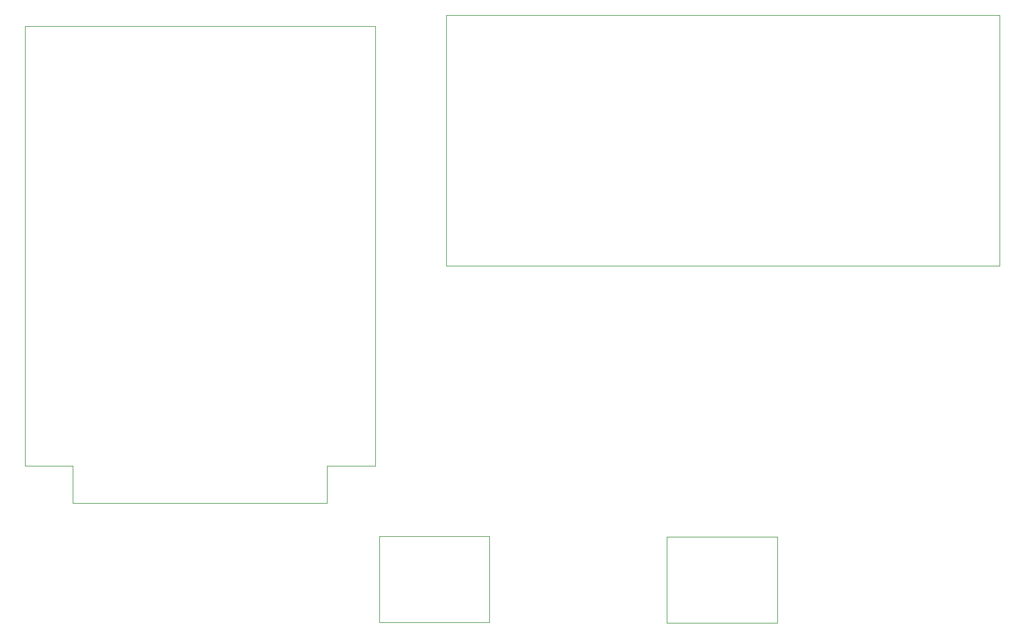
<source format=gbr>
G04 #@! TF.FileFunction,Other,User*
%FSLAX46Y46*%
G04 Gerber Fmt 4.6, Leading zero omitted, Abs format (unit mm)*
G04 Created by KiCad (PCBNEW 4.0.7) date 12/06/18 02:32:36*
%MOMM*%
%LPD*%
G01*
G04 APERTURE LIST*
%ADD10C,0.100000*%
%ADD11C,0.050000*%
G04 APERTURE END LIST*
D10*
D11*
X114117500Y-101914000D02*
X130137500Y-101914000D01*
X114117500Y-101914000D02*
X114117500Y-114414000D01*
X130137500Y-114414000D02*
X130137500Y-101914000D01*
X130137500Y-114414000D02*
X114117500Y-114414000D01*
X72271000Y-101850500D02*
X88291000Y-101850500D01*
X72271000Y-101850500D02*
X72271000Y-114350500D01*
X88291000Y-114350500D02*
X88291000Y-101850500D01*
X88291000Y-114350500D02*
X72271000Y-114350500D01*
D10*
X71650000Y-91550000D02*
X71650000Y-27550000D01*
X71650000Y-27550000D02*
X20650000Y-27550000D01*
X20650000Y-27550000D02*
X20650000Y-91550000D01*
X20650000Y-91550000D02*
X27650000Y-91550000D01*
X27650000Y-91550000D02*
X27650000Y-97050000D01*
X27650000Y-97050000D02*
X64650000Y-97050000D01*
X64650000Y-97050000D02*
X64650000Y-91550000D01*
X64650000Y-91550000D02*
X71650000Y-91550000D01*
D11*
X82000000Y-26000000D02*
X82000000Y-62500000D01*
X82000000Y-62500000D02*
X162500000Y-62500000D01*
X162500000Y-26000000D02*
X162500000Y-62500000D01*
X82000000Y-26000000D02*
X162500000Y-26000000D01*
M02*

</source>
